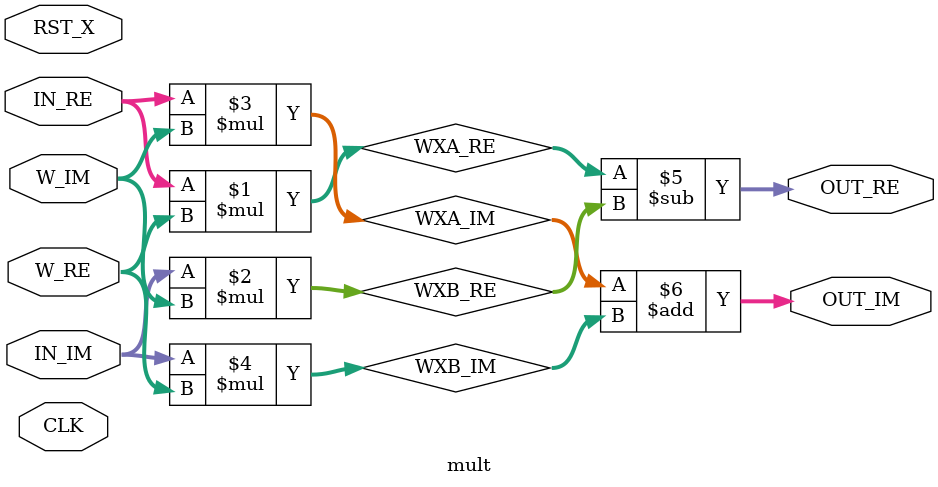
<source format=v>
module mult
  (
   input		CLK,
   input		RST_X,
   input signed [32:0] IN_RE,
   input signed [32:0] IN_IM,
   input signed [ 1:0] W_RE,
   input signed [ 1:0] W_IM,

   output signed [32:0] OUT_RE,
   output signed [32:0] OUT_IM
   );
	
	wire signed [32:0] WXA_RE, WXB_RE;
	wire signed [32:0] WXA_IM, WXB_IM;
	
	assign WXA_RE = IN_RE * W_RE;
	assign WXB_RE = IN_IM * W_IM;
	assign WXA_IM = IN_RE * W_IM;
	assign WXB_IM = IN_IM * W_RE;
	
	assign OUT_RE = WXA_RE - WXB_RE;
	assign OUT_IM = WXA_IM + WXB_IM;
	
	/*
	//OUT1_RE
	always @(posedge CLK or negedge RST_X) begin
		if(!RST_X) 
			OUT1_RE <= 33'b0;
		else if(WX1_RE[32] == 1) //½](±±ÅKv©H)
			OUT1_RE <= ~WX1_RE + 33'b1;
		else //»ÌÜÜ
			OUT1_RE <= WX1_RE;
	end
	
	//OUT1_IM
	always @(posedge CLK or negedge RST_X) begin
		if(!RST_X) 
			OUT1_IM <= 33'b0;
		else if(WX1_IM[32] == 1)
			OUT1_IM <= ~WX1_IM + 33'b1;
		else //»ÌÜÜ
			OUT1_IM <= WX1_IM;
	end
	*/
	
endmodule
</source>
